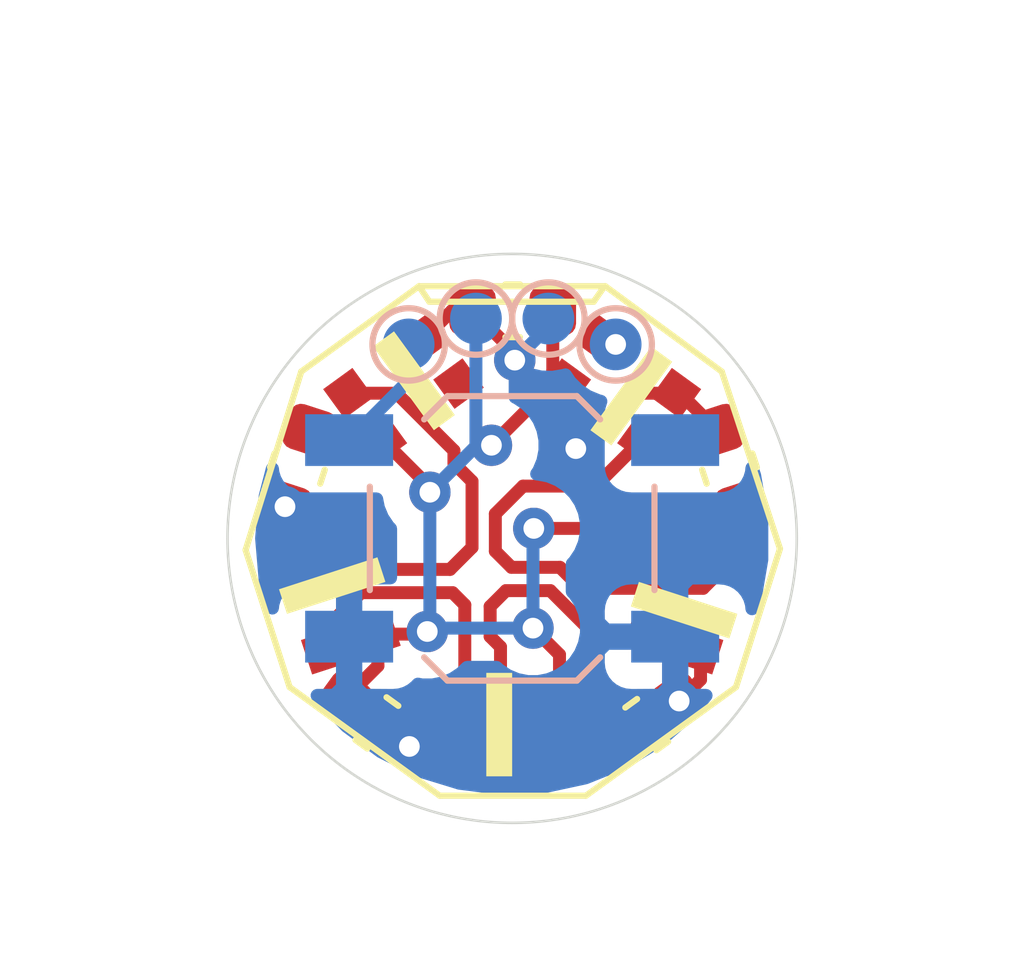
<source format=kicad_pcb>
(kicad_pcb (version 20171130) (host pcbnew 5.1.10)

  (general
    (thickness 1.6)
    (drawings 51)
    (tracks 93)
    (zones 0)
    (modules 15)
    (nets 9)
  )

  (page A4)
  (layers
    (0 F.Cu signal)
    (31 B.Cu signal)
    (32 B.Adhes user)
    (33 F.Adhes user)
    (34 B.Paste user)
    (35 F.Paste user)
    (36 B.SilkS user)
    (37 F.SilkS user)
    (38 B.Mask user)
    (39 F.Mask user)
    (40 Dwgs.User user)
    (41 Cmts.User user)
    (42 Eco1.User user)
    (43 Eco2.User user)
    (44 Edge.Cuts user)
    (45 Margin user)
    (46 B.CrtYd user)
    (47 F.CrtYd user)
    (48 B.Fab user)
    (49 F.Fab user)
  )

  (setup
    (last_trace_width 0.25)
    (trace_clearance 0.2)
    (zone_clearance 0.508)
    (zone_45_only no)
    (trace_min 0.2)
    (via_size 0.8)
    (via_drill 0.4)
    (via_min_size 0.4)
    (via_min_drill 0.3)
    (uvia_size 0.3)
    (uvia_drill 0.1)
    (uvias_allowed no)
    (uvia_min_size 0.2)
    (uvia_min_drill 0.1)
    (edge_width 0.05)
    (segment_width 0.2)
    (pcb_text_width 0.3)
    (pcb_text_size 1.5 1.5)
    (mod_edge_width 0.12)
    (mod_text_size 1 1)
    (mod_text_width 0.15)
    (pad_size 4 1.8)
    (pad_drill 0)
    (pad_to_mask_clearance 0)
    (aux_axis_origin 0 0)
    (grid_origin 1 1)
    (visible_elements FFFFFF7F)
    (pcbplotparams
      (layerselection 0x010fc_ffffffff)
      (usegerberextensions true)
      (usegerberattributes false)
      (usegerberadvancedattributes false)
      (creategerberjobfile true)
      (excludeedgelayer true)
      (linewidth 0.600000)
      (plotframeref false)
      (viasonmask false)
      (mode 1)
      (useauxorigin false)
      (hpglpennumber 1)
      (hpglpenspeed 20)
      (hpglpendiameter 15.000000)
      (psnegative false)
      (psa4output false)
      (plotreference false)
      (plotvalue false)
      (plotinvisibletext false)
      (padsonsilk false)
      (subtractmaskfromsilk true)
      (outputformat 1)
      (mirror false)
      (drillshape 0)
      (scaleselection 1)
      (outputdirectory "gerbers/"))
  )

  (net 0 "")
  (net 1 "Net-(TP3-Pad1)")
  (net 2 /GND)
  (net 3 /VCC)
  (net 4 /BTN)
  (net 5 "Net-(U1-Pad1)")
  (net 6 "Net-(U2-Pad1)")
  (net 7 "Net-(U3-Pad1)")
  (net 8 "Net-(U4-Pad1)")

  (net_class Default "This is the default net class."
    (clearance 0.2)
    (trace_width 0.25)
    (via_dia 0.8)
    (via_drill 0.4)
    (uvia_dia 0.3)
    (uvia_drill 0.1)
    (add_net /BTN)
    (add_net /GND)
    (add_net /VCC)
    (add_net "Net-(TP3-Pad1)")
    (add_net "Net-(U1-Pad1)")
    (add_net "Net-(U2-Pad1)")
    (add_net "Net-(U3-Pad1)")
    (add_net "Net-(U4-Pad1)")
  )

  (module Capacitor_SMD:C_0603_1608Metric (layer F.Cu) (tedit 5F68FEEE) (tstamp 60F05CE7)
    (at -4.15 -1.35 252)
    (descr "Capacitor SMD 0603 (1608 Metric), square (rectangular) end terminal, IPC_7351 nominal, (Body size source: IPC-SM-782 page 76, https://www.pcb-3d.com/wordpress/wp-content/uploads/ipc-sm-782a_amendment_1_and_2.pdf), generated with kicad-footprint-generator")
    (tags capacitor)
    (path /60F104A9)
    (attr smd)
    (fp_text reference C5 (at 0 -1.43 72) (layer F.SilkS) hide
      (effects (font (size 1 1) (thickness 0.15)))
    )
    (fp_text value 100nF (at 0 1.43 72) (layer F.Fab)
      (effects (font (size 1 1) (thickness 0.15)))
    )
    (fp_line (start -0.8 0.4) (end -0.8 -0.4) (layer F.Fab) (width 0.1))
    (fp_line (start -0.8 -0.4) (end 0.8 -0.4) (layer F.Fab) (width 0.1))
    (fp_line (start 0.8 -0.4) (end 0.8 0.4) (layer F.Fab) (width 0.1))
    (fp_line (start 0.8 0.4) (end -0.8 0.4) (layer F.Fab) (width 0.1))
    (fp_line (start -0.14058 -0.51) (end 0.14058 -0.51) (layer F.SilkS) (width 0.12))
    (fp_line (start -0.14058 0.51) (end 0.14058 0.51) (layer F.SilkS) (width 0.12))
    (fp_line (start -1.48 0.73) (end -1.48 -0.73) (layer F.CrtYd) (width 0.05))
    (fp_line (start -1.48 -0.73) (end 1.48 -0.73) (layer F.CrtYd) (width 0.05))
    (fp_line (start 1.48 -0.73) (end 1.48 0.73) (layer F.CrtYd) (width 0.05))
    (fp_line (start 1.48 0.73) (end -1.48 0.73) (layer F.CrtYd) (width 0.05))
    (fp_text user %R (at 0 0 72) (layer F.Fab)
      (effects (font (size 0.4 0.4) (thickness 0.06)))
    )
    (pad 2 smd roundrect (at 0.775 0 252) (size 0.9 0.95) (layers F.Cu F.Paste F.Mask) (roundrect_rratio 0.25)
      (net 2 /GND))
    (pad 1 smd roundrect (at -0.775 0 252) (size 0.9 0.95) (layers F.Cu F.Paste F.Mask) (roundrect_rratio 0.25)
      (net 3 /VCC))
    (model ${KISYS3DMOD}/Capacitor_SMD.3dshapes/C_0603_1608Metric.wrl
      (at (xyz 0 0 0))
      (scale (xyz 1 1 1))
      (rotate (xyz 0 0 0))
    )
  )

  (module Capacitor_SMD:C_0603_1608Metric (layer F.Cu) (tedit 5F68FEEE) (tstamp 60F05CD6)
    (at -2.613131 3.567404 324)
    (descr "Capacitor SMD 0603 (1608 Metric), square (rectangular) end terminal, IPC_7351 nominal, (Body size source: IPC-SM-782 page 76, https://www.pcb-3d.com/wordpress/wp-content/uploads/ipc-sm-782a_amendment_1_and_2.pdf), generated with kicad-footprint-generator")
    (tags capacitor)
    (path /60F0F3AF)
    (attr smd)
    (fp_text reference C4 (at 0 -1.43 144) (layer F.SilkS) hide
      (effects (font (size 1 1) (thickness 0.15)))
    )
    (fp_text value 100nF (at 0 1.43 144) (layer F.Fab)
      (effects (font (size 1 1) (thickness 0.15)))
    )
    (fp_line (start -0.8 0.4) (end -0.8 -0.4) (layer F.Fab) (width 0.1))
    (fp_line (start -0.8 -0.4) (end 0.8 -0.4) (layer F.Fab) (width 0.1))
    (fp_line (start 0.8 -0.4) (end 0.8 0.4) (layer F.Fab) (width 0.1))
    (fp_line (start 0.8 0.4) (end -0.8 0.4) (layer F.Fab) (width 0.1))
    (fp_line (start -0.14058 -0.51) (end 0.14058 -0.51) (layer F.SilkS) (width 0.12))
    (fp_line (start -0.14058 0.51) (end 0.14058 0.51) (layer F.SilkS) (width 0.12))
    (fp_line (start -1.48 0.73) (end -1.48 -0.73) (layer F.CrtYd) (width 0.05))
    (fp_line (start -1.48 -0.73) (end 1.48 -0.73) (layer F.CrtYd) (width 0.05))
    (fp_line (start 1.48 -0.73) (end 1.48 0.73) (layer F.CrtYd) (width 0.05))
    (fp_line (start 1.48 0.73) (end -1.48 0.73) (layer F.CrtYd) (width 0.05))
    (fp_text user %R (at 0 0 144) (layer F.Fab)
      (effects (font (size 0.4 0.4) (thickness 0.06)))
    )
    (pad 2 smd roundrect (at 0.775 0 324) (size 0.9 0.95) (layers F.Cu F.Paste F.Mask) (roundrect_rratio 0.25)
      (net 2 /GND))
    (pad 1 smd roundrect (at -0.775 0 324) (size 0.9 0.95) (layers F.Cu F.Paste F.Mask) (roundrect_rratio 0.25)
      (net 3 /VCC))
    (model ${KISYS3DMOD}/Capacitor_SMD.3dshapes/C_0603_1608Metric.wrl
      (at (xyz 0 0 0))
      (scale (xyz 1 1 1))
      (rotate (xyz 0 0 0))
    )
  )

  (module Capacitor_SMD:C_0603_1608Metric (layer F.Cu) (tedit 5F68FEEE) (tstamp 60F05CC5)
    (at 2.6 3.6 36)
    (descr "Capacitor SMD 0603 (1608 Metric), square (rectangular) end terminal, IPC_7351 nominal, (Body size source: IPC-SM-782 page 76, https://www.pcb-3d.com/wordpress/wp-content/uploads/ipc-sm-782a_amendment_1_and_2.pdf), generated with kicad-footprint-generator")
    (tags capacitor)
    (path /60F0EAEF)
    (attr smd)
    (fp_text reference C3 (at 0 -1.43 36) (layer F.SilkS) hide
      (effects (font (size 1 1) (thickness 0.15)))
    )
    (fp_text value 100nF (at 0 1.43 36) (layer F.Fab)
      (effects (font (size 1 1) (thickness 0.15)))
    )
    (fp_line (start -0.8 0.4) (end -0.8 -0.4) (layer F.Fab) (width 0.1))
    (fp_line (start -0.8 -0.4) (end 0.8 -0.4) (layer F.Fab) (width 0.1))
    (fp_line (start 0.8 -0.4) (end 0.8 0.4) (layer F.Fab) (width 0.1))
    (fp_line (start 0.8 0.4) (end -0.8 0.4) (layer F.Fab) (width 0.1))
    (fp_line (start -0.14058 -0.51) (end 0.14058 -0.51) (layer F.SilkS) (width 0.12))
    (fp_line (start -0.14058 0.51) (end 0.14058 0.51) (layer F.SilkS) (width 0.12))
    (fp_line (start -1.48 0.73) (end -1.48 -0.73) (layer F.CrtYd) (width 0.05))
    (fp_line (start -1.48 -0.73) (end 1.48 -0.73) (layer F.CrtYd) (width 0.05))
    (fp_line (start 1.48 -0.73) (end 1.48 0.73) (layer F.CrtYd) (width 0.05))
    (fp_line (start 1.48 0.73) (end -1.48 0.73) (layer F.CrtYd) (width 0.05))
    (fp_text user %R (at 0 0 36) (layer F.Fab)
      (effects (font (size 0.4 0.4) (thickness 0.06)))
    )
    (pad 2 smd roundrect (at 0.775 0 36) (size 0.9 0.95) (layers F.Cu F.Paste F.Mask) (roundrect_rratio 0.25)
      (net 2 /GND))
    (pad 1 smd roundrect (at -0.775 0 36) (size 0.9 0.95) (layers F.Cu F.Paste F.Mask) (roundrect_rratio 0.25)
      (net 3 /VCC))
    (model ${KISYS3DMOD}/Capacitor_SMD.3dshapes/C_0603_1608Metric.wrl
      (at (xyz 0 0 0))
      (scale (xyz 1 1 1))
      (rotate (xyz 0 0 0))
    )
  )

  (module Capacitor_SMD:C_0603_1608Metric (layer F.Cu) (tedit 5F68FEEE) (tstamp 60F05CB4)
    (at 4.2 -1.35 108)
    (descr "Capacitor SMD 0603 (1608 Metric), square (rectangular) end terminal, IPC_7351 nominal, (Body size source: IPC-SM-782 page 76, https://www.pcb-3d.com/wordpress/wp-content/uploads/ipc-sm-782a_amendment_1_and_2.pdf), generated with kicad-footprint-generator")
    (tags capacitor)
    (path /60F0ACE4)
    (attr smd)
    (fp_text reference C2 (at 0 -1.43 108) (layer F.SilkS) hide
      (effects (font (size 1 1) (thickness 0.15)))
    )
    (fp_text value 100nF (at 0 1.43 108) (layer F.Fab)
      (effects (font (size 1 1) (thickness 0.15)))
    )
    (fp_line (start -0.8 0.4) (end -0.8 -0.4) (layer F.Fab) (width 0.1))
    (fp_line (start -0.8 -0.4) (end 0.8 -0.4) (layer F.Fab) (width 0.1))
    (fp_line (start 0.8 -0.4) (end 0.8 0.4) (layer F.Fab) (width 0.1))
    (fp_line (start 0.8 0.4) (end -0.8 0.4) (layer F.Fab) (width 0.1))
    (fp_line (start -0.14058 -0.51) (end 0.14058 -0.51) (layer F.SilkS) (width 0.12))
    (fp_line (start -0.14058 0.51) (end 0.14058 0.51) (layer F.SilkS) (width 0.12))
    (fp_line (start -1.48 0.73) (end -1.48 -0.73) (layer F.CrtYd) (width 0.05))
    (fp_line (start -1.48 -0.73) (end 1.48 -0.73) (layer F.CrtYd) (width 0.05))
    (fp_line (start 1.48 -0.73) (end 1.48 0.73) (layer F.CrtYd) (width 0.05))
    (fp_line (start 1.48 0.73) (end -1.48 0.73) (layer F.CrtYd) (width 0.05))
    (fp_text user %R (at 0 0 108) (layer F.Fab)
      (effects (font (size 0.4 0.4) (thickness 0.06)))
    )
    (pad 2 smd roundrect (at 0.775 0 108) (size 0.9 0.95) (layers F.Cu F.Paste F.Mask) (roundrect_rratio 0.25)
      (net 2 /GND))
    (pad 1 smd roundrect (at -0.775 0 108) (size 0.9 0.95) (layers F.Cu F.Paste F.Mask) (roundrect_rratio 0.25)
      (net 3 /VCC))
    (model ${KISYS3DMOD}/Capacitor_SMD.3dshapes/C_0603_1608Metric.wrl
      (at (xyz 0 0 0))
      (scale (xyz 1 1 1))
      (rotate (xyz 0 0 0))
    )
  )

  (module Capacitor_SMD:C_0603_1608Metric (layer F.Cu) (tedit 5F68FEEE) (tstamp 60F05CA3)
    (at 0.01 -4.4 180)
    (descr "Capacitor SMD 0603 (1608 Metric), square (rectangular) end terminal, IPC_7351 nominal, (Body size source: IPC-SM-782 page 76, https://www.pcb-3d.com/wordpress/wp-content/uploads/ipc-sm-782a_amendment_1_and_2.pdf), generated with kicad-footprint-generator")
    (tags capacitor)
    (path /60F0589C)
    (attr smd)
    (fp_text reference C1 (at 0 -1.43) (layer F.SilkS) hide
      (effects (font (size 1 1) (thickness 0.15)))
    )
    (fp_text value 100nF (at 0 1.43) (layer F.Fab)
      (effects (font (size 1 1) (thickness 0.15)))
    )
    (fp_line (start -0.8 0.4) (end -0.8 -0.4) (layer F.Fab) (width 0.1))
    (fp_line (start -0.8 -0.4) (end 0.8 -0.4) (layer F.Fab) (width 0.1))
    (fp_line (start 0.8 -0.4) (end 0.8 0.4) (layer F.Fab) (width 0.1))
    (fp_line (start 0.8 0.4) (end -0.8 0.4) (layer F.Fab) (width 0.1))
    (fp_line (start -0.14058 -0.51) (end 0.14058 -0.51) (layer F.SilkS) (width 0.12))
    (fp_line (start -0.14058 0.51) (end 0.14058 0.51) (layer F.SilkS) (width 0.12))
    (fp_line (start -1.48 0.73) (end -1.48 -0.73) (layer F.CrtYd) (width 0.05))
    (fp_line (start -1.48 -0.73) (end 1.48 -0.73) (layer F.CrtYd) (width 0.05))
    (fp_line (start 1.48 -0.73) (end 1.48 0.73) (layer F.CrtYd) (width 0.05))
    (fp_line (start 1.48 0.73) (end -1.48 0.73) (layer F.CrtYd) (width 0.05))
    (fp_text user %R (at 0 0) (layer F.Fab)
      (effects (font (size 0.4 0.4) (thickness 0.06)))
    )
    (pad 2 smd roundrect (at 0.775 0 180) (size 0.9 0.95) (layers F.Cu F.Paste F.Mask) (roundrect_rratio 0.25)
      (net 2 /GND))
    (pad 1 smd roundrect (at -0.775 0 180) (size 0.9 0.95) (layers F.Cu F.Paste F.Mask) (roundrect_rratio 0.25)
      (net 3 /VCC))
    (model ${KISYS3DMOD}/Capacitor_SMD.3dshapes/C_0603_1608Metric.wrl
      (at (xyz 0 0 0))
      (scale (xyz 1 1 1))
      (rotate (xyz 0 0 0))
    )
  )

  (module TestPoint:TestPoint_Pad_D1.0mm (layer B.Cu) (tedit 5A0F774F) (tstamp 60F07A3C)
    (at 0.7 -4.25)
    (descr "SMD pad as test Point, diameter 1.0mm")
    (tags "test point SMD pad")
    (path /60F36A1A)
    (attr virtual)
    (fp_text reference TP4 (at 0 1.448) (layer B.SilkS) hide
      (effects (font (size 1 1) (thickness 0.15)) (justify mirror))
    )
    (fp_text value TestPoint (at 0 -1.55) (layer B.Fab)
      (effects (font (size 1 1) (thickness 0.15)) (justify mirror))
    )
    (fp_circle (center 0 0) (end 1 0) (layer B.CrtYd) (width 0.05))
    (fp_circle (center 0 0) (end 0 -0.7) (layer B.SilkS) (width 0.12))
    (fp_text user %R (at 0 1.45) (layer B.Fab)
      (effects (font (size 1 1) (thickness 0.15)) (justify mirror))
    )
    (pad 1 smd circle (at 0 0) (size 1 1) (layers B.Cu B.Mask)
      (net 2 /GND))
  )

  (module TestPoint:TestPoint_Pad_D1.0mm (layer B.Cu) (tedit 5A0F774F) (tstamp 60F07ABD)
    (at 2 -3.75)
    (descr "SMD pad as test Point, diameter 1.0mm")
    (tags "test point SMD pad")
    (path /60F367E6)
    (attr virtual)
    (fp_text reference TP3 (at 0 1.448) (layer B.SilkS) hide
      (effects (font (size 1 1) (thickness 0.15)) (justify mirror))
    )
    (fp_text value TestPoint (at 0 -1.55) (layer B.Fab)
      (effects (font (size 1 1) (thickness 0.15)) (justify mirror))
    )
    (fp_circle (center 0 0) (end 1 0) (layer B.CrtYd) (width 0.05))
    (fp_circle (center 0 0) (end 0 -0.7) (layer B.SilkS) (width 0.12))
    (fp_text user %R (at 0 1.45) (layer B.Fab)
      (effects (font (size 1 1) (thickness 0.15)) (justify mirror))
    )
    (pad 1 smd circle (at 0 0) (size 1 1) (layers B.Cu B.Mask)
      (net 1 "Net-(TP3-Pad1)"))
  )

  (module TestPoint:TestPoint_Pad_D1.0mm (layer B.Cu) (tedit 5A0F774F) (tstamp 60F07A67)
    (at -0.7 -4.25)
    (descr "SMD pad as test Point, diameter 1.0mm")
    (tags "test point SMD pad")
    (path /60F365C3)
    (attr virtual)
    (fp_text reference TP2 (at 0 1.448) (layer B.SilkS) hide
      (effects (font (size 1 1) (thickness 0.15)) (justify mirror))
    )
    (fp_text value TestPoint (at 0 -1.55) (layer B.Fab)
      (effects (font (size 1 1) (thickness 0.15)) (justify mirror))
    )
    (fp_circle (center 0 0) (end 1 0) (layer B.CrtYd) (width 0.05))
    (fp_circle (center 0 0) (end 0 -0.7) (layer B.SilkS) (width 0.12))
    (fp_text user %R (at 0 1.45) (layer B.Fab)
      (effects (font (size 1 1) (thickness 0.15)) (justify mirror))
    )
    (pad 1 smd circle (at 0 0) (size 1 1) (layers B.Cu B.Mask)
      (net 3 /VCC))
  )

  (module TestPoint:TestPoint_Pad_D1.0mm (layer B.Cu) (tedit 5A0F774F) (tstamp 60F07A92)
    (at -2 -3.75)
    (descr "SMD pad as test Point, diameter 1.0mm")
    (tags "test point SMD pad")
    (path /60F34F69)
    (attr virtual)
    (fp_text reference TP1 (at 0 1.448) (layer B.SilkS) hide
      (effects (font (size 1 1) (thickness 0.15)) (justify mirror))
    )
    (fp_text value TestPoint (at 0 -1.55) (layer B.Fab)
      (effects (font (size 1 1) (thickness 0.15)) (justify mirror))
    )
    (fp_circle (center 0 0) (end 1 0) (layer B.CrtYd) (width 0.05))
    (fp_circle (center 0 0) (end 0 -0.7) (layer B.SilkS) (width 0.12))
    (fp_text user %R (at 0 1.45) (layer B.Fab)
      (effects (font (size 1 1) (thickness 0.15)) (justify mirror))
    )
    (pad 1 smd circle (at 0 0) (size 1 1) (layers B.Cu B.Mask)
      (net 4 /BTN))
  )

  (module 0lib_fp:WS2812-2020 (layer F.Cu) (tedit 60F44AA5) (tstamp 60F05D85)
    (at -2.1 -2.9 36)
    (path /60F104AF)
    (fp_text reference U5 (at 0 3.8 36) (layer F.SilkS) hide
      (effects (font (size 1 1) (thickness 0.15)))
    )
    (fp_text value WS2812B-2020 (at 0 -4 36) (layer F.Fab)
      (effects (font (size 1 1) (thickness 0.15)))
    )
    (fp_poly (pts (xy 0 -1) (xy 0.5 -1) (xy 0.5 1) (xy 0 1)) (layer F.SilkS) (width 0))
    (fp_line (start 1.4 1.1) (end -1.4 1.1) (layer F.CrtYd) (width 0.03))
    (fp_line (start -1.4 -1.1) (end 1.4 -1.1) (layer F.CrtYd) (width 0.03))
    (fp_line (start -1.4 1.1) (end -1.4 -1.1) (layer F.CrtYd) (width 0.03))
    (fp_line (start 1.4 -1.1) (end 1.4 1.1) (layer F.CrtYd) (width 0.03))
    (pad 1 smd rect (at 0.915 0.55 36) (size 0.7 0.7) (layers F.Cu F.Paste F.Mask))
    (pad 2 smd rect (at 0.915 -0.55 36) (size 0.7 0.7) (layers F.Cu F.Paste F.Mask)
      (net 2 /GND))
    (pad 3 smd rect (at -0.915 -0.55 36) (size 0.7 0.7) (layers F.Cu F.Paste F.Mask)
      (net 8 "Net-(U4-Pad1)"))
    (pad 4 smd rect (at -0.915 0.55 36) (size 0.7 0.7) (layers F.Cu F.Paste F.Mask)
      (net 3 /VCC))
    (model ${KIPRJMOD}/includes/CrumpPrints.pretty/3d/WS2812-2020.step
      (at (xyz 0 0 0))
      (scale (xyz 1 1 1))
      (rotate (xyz 0 0 0))
    )
    (model /home/a0/Downloads/WS2812-2020_v2-Part.wrl
      (at (xyz 0 0 0))
      (scale (xyz 0.4 0.4 0.4))
      (rotate (xyz 0 0 0))
    )
  )

  (module 0lib_fp:WS2812-2020 (layer F.Cu) (tedit 60F44AA5) (tstamp 60F05D78)
    (at -3.4 1.15 108)
    (path /60F0F3B5)
    (fp_text reference U4 (at 0 3.8 108) (layer F.SilkS) hide
      (effects (font (size 1 1) (thickness 0.15)))
    )
    (fp_text value WS2812B-2020 (at 0 -4 108) (layer F.Fab)
      (effects (font (size 1 1) (thickness 0.15)))
    )
    (fp_poly (pts (xy 0 -1) (xy 0.5 -1) (xy 0.5 1) (xy 0 1)) (layer F.SilkS) (width 0))
    (fp_line (start 1.4 1.1) (end -1.4 1.1) (layer F.CrtYd) (width 0.03))
    (fp_line (start -1.4 -1.1) (end 1.4 -1.1) (layer F.CrtYd) (width 0.03))
    (fp_line (start -1.4 1.1) (end -1.4 -1.1) (layer F.CrtYd) (width 0.03))
    (fp_line (start 1.4 -1.1) (end 1.4 1.1) (layer F.CrtYd) (width 0.03))
    (pad 1 smd rect (at 0.915 0.55 108) (size 0.7 0.7) (layers F.Cu F.Paste F.Mask)
      (net 8 "Net-(U4-Pad1)"))
    (pad 2 smd rect (at 0.915 -0.55 108) (size 0.7 0.7) (layers F.Cu F.Paste F.Mask)
      (net 2 /GND))
    (pad 3 smd rect (at -0.915 -0.55 108) (size 0.7 0.7) (layers F.Cu F.Paste F.Mask)
      (net 7 "Net-(U3-Pad1)"))
    (pad 4 smd rect (at -0.915 0.55 108) (size 0.7 0.7) (layers F.Cu F.Paste F.Mask)
      (net 3 /VCC))
    (model ${KIPRJMOD}/includes/CrumpPrints.pretty/3d/WS2812-2020.step
      (at (xyz 0 0 0))
      (scale (xyz 1 1 1))
      (rotate (xyz 0 0 0))
    )
    (model /home/a0/Downloads/WS2812-2020_v2-Part.wrl
      (at (xyz 0 0 0))
      (scale (xyz 0.4 0.4 0.4))
      (rotate (xyz 0 0 0))
    )
  )

  (module 0lib_fp:WS2812-2020 (layer F.Cu) (tedit 60F44AA5) (tstamp 60F05D6B)
    (at 0 3.6 180)
    (path /60F0EAF5)
    (fp_text reference U3 (at 0 3.8) (layer F.SilkS) hide
      (effects (font (size 1 1) (thickness 0.15)))
    )
    (fp_text value WS2812B-2020 (at 0 -4) (layer F.Fab)
      (effects (font (size 1 1) (thickness 0.15)))
    )
    (fp_poly (pts (xy 0 -1) (xy 0.5 -1) (xy 0.5 1) (xy 0 1)) (layer F.SilkS) (width 0))
    (fp_line (start 1.4 1.1) (end -1.4 1.1) (layer F.CrtYd) (width 0.03))
    (fp_line (start -1.4 -1.1) (end 1.4 -1.1) (layer F.CrtYd) (width 0.03))
    (fp_line (start -1.4 1.1) (end -1.4 -1.1) (layer F.CrtYd) (width 0.03))
    (fp_line (start 1.4 -1.1) (end 1.4 1.1) (layer F.CrtYd) (width 0.03))
    (pad 1 smd rect (at 0.915 0.55 180) (size 0.7 0.7) (layers F.Cu F.Paste F.Mask)
      (net 7 "Net-(U3-Pad1)"))
    (pad 2 smd rect (at 0.915 -0.55 180) (size 0.7 0.7) (layers F.Cu F.Paste F.Mask)
      (net 2 /GND))
    (pad 3 smd rect (at -0.915 -0.55 180) (size 0.7 0.7) (layers F.Cu F.Paste F.Mask)
      (net 6 "Net-(U2-Pad1)"))
    (pad 4 smd rect (at -0.915 0.55 180) (size 0.7 0.7) (layers F.Cu F.Paste F.Mask)
      (net 3 /VCC))
    (model ${KIPRJMOD}/includes/CrumpPrints.pretty/3d/WS2812-2020.step
      (at (xyz 0 0 0))
      (scale (xyz 1 1 1))
      (rotate (xyz 0 0 0))
    )
    (model /home/a0/Downloads/WS2812-2020_v2-Part.wrl
      (at (xyz 0 0 0))
      (scale (xyz 0.4 0.4 0.4))
      (rotate (xyz 0 0 0))
    )
  )

  (module 0lib_fp:WS2812-2020 (layer F.Cu) (tedit 60F44AA5) (tstamp 60F05D5E)
    (at 3.4 1.15 252)
    (path /60F0C332)
    (fp_text reference U2 (at 0 3.8 72) (layer F.SilkS) hide
      (effects (font (size 1 1) (thickness 0.15)))
    )
    (fp_text value WS2812B-2020 (at 0 -4 72) (layer F.Fab)
      (effects (font (size 1 1) (thickness 0.15)))
    )
    (fp_poly (pts (xy 0 -1) (xy 0.5 -1) (xy 0.5 1) (xy 0 1)) (layer F.SilkS) (width 0))
    (fp_line (start 1.4 1.1) (end -1.4 1.1) (layer F.CrtYd) (width 0.03))
    (fp_line (start -1.4 -1.1) (end 1.4 -1.1) (layer F.CrtYd) (width 0.03))
    (fp_line (start -1.4 1.1) (end -1.4 -1.1) (layer F.CrtYd) (width 0.03))
    (fp_line (start 1.4 -1.1) (end 1.4 1.1) (layer F.CrtYd) (width 0.03))
    (pad 1 smd rect (at 0.915 0.55 252) (size 0.7 0.7) (layers F.Cu F.Paste F.Mask)
      (net 6 "Net-(U2-Pad1)"))
    (pad 2 smd rect (at 0.915 -0.55 252) (size 0.7 0.7) (layers F.Cu F.Paste F.Mask)
      (net 2 /GND))
    (pad 3 smd rect (at -0.915 -0.55 252) (size 0.7 0.7) (layers F.Cu F.Paste F.Mask)
      (net 5 "Net-(U1-Pad1)"))
    (pad 4 smd rect (at -0.915 0.55 252) (size 0.7 0.7) (layers F.Cu F.Paste F.Mask)
      (net 3 /VCC))
    (model ${KIPRJMOD}/includes/CrumpPrints.pretty/3d/WS2812-2020.step
      (at (xyz 0 0 0))
      (scale (xyz 1 1 1))
      (rotate (xyz 0 0 0))
    )
    (model /home/a0/Downloads/WS2812-2020_v2-Part.wrl
      (at (xyz 0 0 0))
      (scale (xyz 0.4 0.4 0.4))
      (rotate (xyz 0 0 0))
    )
  )

  (module 0lib_fp:WS2812-2020 (layer F.Cu) (tedit 60F44AA5) (tstamp 60F05D51)
    (at 2.1 -2.9 324)
    (path /60F0549A)
    (fp_text reference U1 (at 0 3.8 144) (layer F.SilkS) hide
      (effects (font (size 1 1) (thickness 0.15)))
    )
    (fp_text value WS2812B-2020 (at 0 -4 144) (layer F.Fab)
      (effects (font (size 1 1) (thickness 0.15)))
    )
    (fp_poly (pts (xy 0 -1) (xy 0.5 -1) (xy 0.5 1) (xy 0 1)) (layer F.SilkS) (width 0))
    (fp_line (start 1.4 1.1) (end -1.4 1.1) (layer F.CrtYd) (width 0.03))
    (fp_line (start -1.4 -1.1) (end 1.4 -1.1) (layer F.CrtYd) (width 0.03))
    (fp_line (start -1.4 1.1) (end -1.4 -1.1) (layer F.CrtYd) (width 0.03))
    (fp_line (start 1.4 -1.1) (end 1.4 1.1) (layer F.CrtYd) (width 0.03))
    (pad 1 smd rect (at 0.915 0.55 324) (size 0.7 0.7) (layers F.Cu F.Paste F.Mask)
      (net 5 "Net-(U1-Pad1)"))
    (pad 2 smd rect (at 0.915 -0.55 324) (size 0.7 0.7) (layers F.Cu F.Paste F.Mask)
      (net 2 /GND))
    (pad 3 smd rect (at -0.915 -0.55 324) (size 0.7 0.7) (layers F.Cu F.Paste F.Mask)
      (net 1 "Net-(TP3-Pad1)"))
    (pad 4 smd rect (at -0.915 0.55 324) (size 0.7 0.7) (layers F.Cu F.Paste F.Mask)
      (net 3 /VCC))
    (model ${KIPRJMOD}/includes/CrumpPrints.pretty/3d/WS2812-2020.step
      (at (xyz 0 0 0))
      (scale (xyz 1 1 1))
      (rotate (xyz 0 0 0))
    )
    (model /home/a0/Downloads/WS2812-2020_v2-Part.wrl
      (at (xyz 0 0 0))
      (scale (xyz 0.4 0.4 0.4))
      (rotate (xyz 0 0 0))
    )
  )

  (module Button_Switch_SMD:SW_SPST_TL3342 (layer B.Cu) (tedit 5A02FC95) (tstamp 60F05D44)
    (at 0 0)
    (descr "Low-profile SMD Tactile Switch, https://www.e-switch.com/system/asset/product_line/data_sheet/165/TL3342.pdf")
    (tags "SPST Tactile Switch")
    (path /60F05172)
    (attr smd)
    (fp_text reference SW1 (at 0 3.75) (layer B.SilkS) hide
      (effects (font (size 1 1) (thickness 0.15)) (justify mirror))
    )
    (fp_text value PushButtonSquare (at 0 -3.75) (layer B.Fab)
      (effects (font (size 1 1) (thickness 0.15)) (justify mirror))
    )
    (fp_line (start 3.2 -2.1) (end 3.2 -1.6) (layer B.Fab) (width 0.1))
    (fp_line (start 3.2 2.1) (end 3.2 1.6) (layer B.Fab) (width 0.1))
    (fp_line (start -3.2 -2.1) (end -3.2 -1.6) (layer B.Fab) (width 0.1))
    (fp_line (start -3.2 2.1) (end -3.2 1.6) (layer B.Fab) (width 0.1))
    (fp_line (start 2.7 2.1) (end 2.7 1.6) (layer B.Fab) (width 0.1))
    (fp_line (start 1.7 2.1) (end 3.2 2.1) (layer B.Fab) (width 0.1))
    (fp_line (start 3.2 1.6) (end 2.2 1.6) (layer B.Fab) (width 0.1))
    (fp_line (start -2.7 2.1) (end -2.7 1.6) (layer B.Fab) (width 0.1))
    (fp_line (start -1.7 2.1) (end -3.2 2.1) (layer B.Fab) (width 0.1))
    (fp_line (start -3.2 1.6) (end -2.2 1.6) (layer B.Fab) (width 0.1))
    (fp_line (start -2.7 -2.1) (end -2.7 -1.6) (layer B.Fab) (width 0.1))
    (fp_line (start -3.2 -1.6) (end -2.2 -1.6) (layer B.Fab) (width 0.1))
    (fp_line (start -1.7 -2.1) (end -3.2 -2.1) (layer B.Fab) (width 0.1))
    (fp_line (start 1.7 -2.1) (end 3.2 -2.1) (layer B.Fab) (width 0.1))
    (fp_line (start 2.7 -2.1) (end 2.7 -1.6) (layer B.Fab) (width 0.1))
    (fp_line (start 3.2 -1.6) (end 2.2 -1.6) (layer B.Fab) (width 0.1))
    (fp_line (start -1.7 -2.3) (end -1.25 -2.75) (layer B.SilkS) (width 0.12))
    (fp_line (start 1.7 -2.3) (end 1.25 -2.75) (layer B.SilkS) (width 0.12))
    (fp_line (start 1.7 2.3) (end 1.25 2.75) (layer B.SilkS) (width 0.12))
    (fp_line (start -1.7 2.3) (end -1.25 2.75) (layer B.SilkS) (width 0.12))
    (fp_line (start -2 1) (end -1 2) (layer B.Fab) (width 0.1))
    (fp_line (start -1 2) (end 1 2) (layer B.Fab) (width 0.1))
    (fp_line (start 1 2) (end 2 1) (layer B.Fab) (width 0.1))
    (fp_line (start 2 1) (end 2 -1) (layer B.Fab) (width 0.1))
    (fp_line (start 2 -1) (end 1 -2) (layer B.Fab) (width 0.1))
    (fp_line (start 1 -2) (end -1 -2) (layer B.Fab) (width 0.1))
    (fp_line (start -1 -2) (end -2 -1) (layer B.Fab) (width 0.1))
    (fp_line (start -2 -1) (end -2 1) (layer B.Fab) (width 0.1))
    (fp_line (start 2.75 1) (end 2.75 -1) (layer B.SilkS) (width 0.12))
    (fp_line (start -1.25 -2.75) (end 1.25 -2.75) (layer B.SilkS) (width 0.12))
    (fp_line (start -2.75 1) (end -2.75 -1) (layer B.SilkS) (width 0.12))
    (fp_line (start -1.25 2.75) (end 1.25 2.75) (layer B.SilkS) (width 0.12))
    (fp_line (start -2.6 1.2) (end -2.6 -1.2) (layer B.Fab) (width 0.1))
    (fp_line (start -2.6 -1.2) (end -1.2 -2.6) (layer B.Fab) (width 0.1))
    (fp_line (start -1.2 -2.6) (end 1.2 -2.6) (layer B.Fab) (width 0.1))
    (fp_line (start 1.2 -2.6) (end 2.6 -1.2) (layer B.Fab) (width 0.1))
    (fp_line (start 2.6 -1.2) (end 2.6 1.2) (layer B.Fab) (width 0.1))
    (fp_line (start 2.6 1.2) (end 1.2 2.6) (layer B.Fab) (width 0.1))
    (fp_line (start 1.2 2.6) (end -1.2 2.6) (layer B.Fab) (width 0.1))
    (fp_line (start -1.2 2.6) (end -2.6 1.2) (layer B.Fab) (width 0.1))
    (fp_line (start -4.25 3) (end 4.25 3) (layer B.CrtYd) (width 0.05))
    (fp_line (start 4.25 3) (end 4.25 -3) (layer B.CrtYd) (width 0.05))
    (fp_line (start 4.25 -3) (end -4.25 -3) (layer B.CrtYd) (width 0.05))
    (fp_line (start -4.25 -3) (end -4.25 3) (layer B.CrtYd) (width 0.05))
    (fp_circle (center 0 0) (end 1 0) (layer B.Fab) (width 0.1))
    (fp_text user %R (at 0 3.75) (layer B.Fab)
      (effects (font (size 1 1) (thickness 0.15)) (justify mirror))
    )
    (pad 2 smd rect (at 3.15 -1.9) (size 1.7 1) (layers B.Cu B.Paste B.Mask)
      (net 4 /BTN))
    (pad 2 smd rect (at -3.15 -1.9) (size 1.7 1) (layers B.Cu B.Paste B.Mask)
      (net 4 /BTN))
    (pad 1 smd rect (at 3.15 1.9) (size 1.7 1) (layers B.Cu B.Paste B.Mask)
      (net 2 /GND))
    (pad 1 smd rect (at -3.15 1.9) (size 1.7 1) (layers B.Cu B.Paste B.Mask)
      (net 2 /GND))
    (model ${KISYS3DMOD}/Button_Switch_SMD.3dshapes/SW_SPST_TL3342.wrl
      (at (xyz 0 0 0))
      (scale (xyz 1 1 1))
      (rotate (xyz 0 0 0))
    )
  )

  (gr_poly (pts (xy 5.2 5.6) (xy -5.4 5.6) (xy -5.4 3) (xy 5.2 3)) (layer B.Mask) (width 0.1))
  (gr_line (start 1.575 -4.575) (end -1.6 -4.575) (layer F.SilkS) (width 0.12) (tstamp 60F0B283))
  (gr_line (start 1.75 -4.825) (end 1.575 -4.575) (layer F.SilkS) (width 0.12))
  (gr_line (start -1.8 -4.875) (end -1.6 -4.575) (layer F.SilkS) (width 0.12))
  (gr_line (start -5.15 0.225) (end -4.075 -3.225) (layer F.SilkS) (width 0.12) (tstamp 60F0B25C))
  (gr_line (start -4.3 2.875) (end -5.15 0.225) (layer F.SilkS) (width 0.12))
  (gr_line (start -1.4 4.975) (end -4.3 2.875) (layer F.SilkS) (width 0.12))
  (gr_line (start 1.425 4.975) (end -1.4 4.975) (layer F.SilkS) (width 0.12))
  (gr_line (start 4.325 2.875) (end 1.425 4.975) (layer F.SilkS) (width 0.12))
  (gr_line (start 5.175 0.2) (end 4.325 2.875) (layer F.SilkS) (width 0.12))
  (gr_line (start 4.05 -3.225) (end 5.175 0.2) (layer F.SilkS) (width 0.12))
  (gr_line (start 1.8 -4.875) (end 4.05 -3.225) (layer F.SilkS) (width 0.12))
  (gr_line (start -1.8 -4.875) (end 1.8 -4.875) (layer F.SilkS) (width 0.12))
  (gr_line (start -4.075 -3.225) (end -1.8 -4.875) (layer F.SilkS) (width 0.12))
  (gr_circle (center 0 0) (end 0 -5.5) (layer Edge.Cuts) (width 0.05) (tstamp 60F06C68))
  (gr_circle (center 0 0) (end -5.5 0) (layer Dwgs.User) (width 0.2) (tstamp 60F06C86))
  (gr_line (start 2.51903 -0.653562) (end 3.8505 -0.220939) (layer Dwgs.User) (width 0.2) (tstamp 60F06C98))
  (gr_line (start 1.65378 2.009389) (end 2.51903 -0.653562) (layer Dwgs.User) (width 0.2) (tstamp 60F06CC5))
  (gr_line (start 2.98526 2.44201) (end 1.65378 2.009389) (layer Dwgs.User) (width 0.2) (tstamp 60F06CB0))
  (gr_line (start 3.8505 -0.220939) (end 2.98526 2.44201) (layer Dwgs.User) (width 0.2) (tstamp 60F06CB3))
  (gr_line (start 5.18198 0.211684) (end 3.8505 -0.220939) (layer Dwgs.User) (width 0.2) (tstamp 60F06C9E))
  (gr_line (start 4.31674 2.87464) (end 5.18198 0.211684) (layer Dwgs.User) (width 0.2) (tstamp 60F06CC8))
  (gr_line (start 2.98526 2.44201) (end 4.31674 2.87464) (layer Dwgs.User) (width 0.2) (tstamp 60F06C7D))
  (gr_line (start 0.156849 -2.5977) (end 0.979746 -3.73032) (layer Dwgs.User) (width 0.2) (tstamp 60F06CAA))
  (gr_line (start 2.42209 -0.951906) (end 0.156849 -2.5977) (layer Dwgs.User) (width 0.2) (tstamp 60F06CCB))
  (gr_line (start 3.24499 -2.08453) (end 2.42209 -0.951906) (layer Dwgs.User) (width 0.2) (tstamp 60F06CD1))
  (gr_line (start 0.979746 -3.73032) (end 3.24499 -2.08453) (layer Dwgs.User) (width 0.2) (tstamp 60F06CD4))
  (gr_line (start 1.80264 -4.86294) (end 0.979746 -3.73032) (layer Dwgs.User) (width 0.2) (tstamp 60F06C74))
  (gr_line (start 4.06789 -3.21715) (end 1.80264 -4.86294) (layer Dwgs.User) (width 0.2) (tstamp 60F06CC2))
  (gr_line (start 3.24499 -2.08453) (end 4.06789 -3.21715) (layer Dwgs.User) (width 0.2) (tstamp 60F06C89))
  (gr_line (start -4.06789 -3.21715) (end -1.80264 -4.86294) (layer Dwgs.User) (width 0.2) (tstamp 60F06CB9))
  (gr_line (start -1.80264 -4.86294) (end -0.979746 -3.73032) (layer Dwgs.User) (width 0.2) (tstamp 60F06C77))
  (gr_line (start -3.24499 -2.08453) (end -0.979746 -3.73032) (layer Dwgs.User) (width 0.2) (tstamp 60F06C8F))
  (gr_line (start -3.24499 -2.08453) (end -2.42209 -0.951906) (layer Dwgs.User) (width 0.2) (tstamp 60F06CA1))
  (gr_line (start -0.156849 -2.5977) (end -0.979746 -3.73032) (layer Dwgs.User) (width 0.2) (tstamp 60F06C71))
  (gr_line (start -2.42209 -0.951906) (end -0.156849 -2.5977) (layer Dwgs.User) (width 0.2) (tstamp 60F06C92))
  (gr_line (start -3.24499 -2.08453) (end -4.06789 -3.21715) (layer Dwgs.User) (width 0.2) (tstamp 60F06C7A))
  (gr_line (start -4.31674 2.87464) (end -5.18198 0.211684) (layer Dwgs.User) (width 0.2) (tstamp 60F06CB6))
  (gr_line (start -5.18198 0.211684) (end -3.8505 -0.220939) (layer Dwgs.User) (width 0.2) (tstamp 60F06CA7))
  (gr_line (start -2.98526 2.44201) (end -3.8505 -0.220939) (layer Dwgs.User) (width 0.2) (tstamp 60F06CCE))
  (gr_line (start -2.98526 2.44201) (end -1.65378 2.009389) (layer Dwgs.User) (width 0.2) (tstamp 60F06C6B))
  (gr_line (start -2.51903 -0.653569) (end -3.8505 -0.220939) (layer Dwgs.User) (width 0.2) (tstamp 60F06C6E))
  (gr_line (start -1.65378 2.009389) (end -2.51903 -0.653569) (layer Dwgs.User) (width 0.2) (tstamp 60F06CAD))
  (gr_line (start -2.98526 2.44201) (end -4.31674 2.87464) (layer Dwgs.User) (width 0.2) (tstamp 60F06CBF))
  (gr_line (start 1.4 2.19378) (end 1.4 3.59377) (layer Dwgs.User) (width 0.2) (tstamp 60F06C80))
  (gr_line (start -1.4 2.19378) (end 1.4 2.19378) (layer Dwgs.User) (width 0.2) (tstamp 60F06CBC))
  (gr_line (start -1.4 3.59377) (end -1.4 2.19378) (layer Dwgs.User) (width 0.2) (tstamp 60F06C95))
  (gr_line (start 1.4 3.59377) (end -1.4 3.59377) (layer Dwgs.User) (width 0.2) (tstamp 60F06C8C))
  (gr_line (start 1.4 4.99377) (end 1.4 3.59377) (layer Dwgs.User) (width 0.2) (tstamp 60F06CA4))
  (gr_line (start -1.4 4.99377) (end 1.4 4.99377) (layer Dwgs.User) (width 0.2) (tstamp 60F06C9B))
  (gr_line (start -1.4 3.59377) (end -1.4 4.99377) (layer Dwgs.User) (width 0.2) (tstamp 60F06C83))

  (via (at 2 -3.75) (size 0.8) (drill 0.4) (layers F.Cu B.Cu) (net 1))
  (segment (start -1.165814 -4.4) (end -1.683031 -3.882783) (width 0.25) (layer F.Cu) (net 2))
  (segment (start -0.765 -4.4) (end -1.165814 -4.4) (width 0.25) (layer F.Cu) (net 2))
  (segment (start 3.240445 -2.807136) (end 3.960512 -2.087069) (width 0.25) (layer F.Cu) (net 2))
  (segment (start 3.163532 -2.807136) (end 3.240445 -2.807136) (width 0.25) (layer F.Cu) (net 2))
  (segment (start 3.640331 2.731123) (end 3.226988 3.144466) (width 0.25) (layer F.Cu) (net 2))
  (segment (start 3.640331 2.190176) (end 3.640331 2.731123) (width 0.25) (layer F.Cu) (net 2))
  (segment (start -1.859081 4.15) (end -1.986143 4.022938) (width 0.25) (layer F.Cu) (net 2))
  (segment (start -0.915 4.15) (end -1.859081 4.15) (width 0.25) (layer F.Cu) (net 2))
  (segment (start -4.205832 -0.429275) (end -4.389488 -0.612931) (width 0.25) (layer F.Cu) (net 2))
  (segment (start -4.205832 0.449743) (end -4.205832 -0.429275) (width 0.25) (layer F.Cu) (net 2))
  (via (at 0.050551 -3.445838) (size 0.8) (drill 0.4) (layers F.Cu B.Cu) (net 2))
  (segment (start 0.7 -4.095287) (end 0.050551 -3.445838) (width 0.25) (layer B.Cu) (net 2))
  (segment (start 0.7 -4.25) (end 0.7 -4.095287) (width 0.25) (layer B.Cu) (net 2))
  (segment (start 0.050551 -3.584449) (end -0.765 -4.4) (width 0.25) (layer F.Cu) (net 2))
  (segment (start 0.050551 -3.445838) (end 0.050551 -3.584449) (width 0.25) (layer F.Cu) (net 2))
  (via (at 3.226988 3.144466) (size 0.8) (drill 0.4) (layers F.Cu B.Cu) (net 2))
  (via (at -1.986143 4.022938) (size 0.8) (drill 0.4) (layers F.Cu B.Cu) (net 2))
  (via (at -4.389488 -0.612931) (size 0.8) (drill 0.4) (layers F.Cu B.Cu) (net 2))
  (segment (start 3.163532 -2.807136) (end 2.301416 -2.807136) (width 0.25) (layer F.Cu) (net 2))
  (segment (start 2.301416 -2.807136) (end 1.230255 -1.735975) (width 0.25) (layer F.Cu) (net 2))
  (via (at 1.230255 -1.735975) (size 0.8) (drill 0.4) (layers F.Cu B.Cu) (net 2))
  (segment (start 0.785 -3.244332) (end 1.036468 -2.992864) (width 0.25) (layer F.Cu) (net 3))
  (segment (start 0.785 -4.4) (end 0.785 -3.244332) (width 0.25) (layer F.Cu) (net 3))
  (segment (start 3.882424 -0.612931) (end 3.159669 0.109824) (width 0.25) (layer F.Cu) (net 3))
  (segment (start 4.439488 -0.612931) (end 3.882424 -0.612931) (width 0.25) (layer F.Cu) (net 3))
  (segment (start -2.594168 2.465919) (end -2.594168 1.850257) (width 0.25) (layer F.Cu) (net 3))
  (segment (start -3.240119 3.11187) (end -2.594168 2.465919) (width 0.25) (layer F.Cu) (net 3))
  (segment (start -3.74066 -1.917217) (end -2.516969 -1.917217) (width 0.25) (layer F.Cu) (net 3))
  (segment (start -3.910512 -2.087069) (end -3.74066 -1.917217) (width 0.25) (layer F.Cu) (net 3))
  (segment (start 0.915 3.05) (end 0.915 2.247349) (width 0.25) (layer F.Cu) (net 3))
  (via (at 0.402502 1.734851) (size 0.8) (drill 0.4) (layers F.Cu B.Cu) (net 3))
  (segment (start 0.915 2.247349) (end 0.402502 1.734851) (width 0.25) (layer F.Cu) (net 3))
  (via (at -0.4 -1.8) (size 0.8) (drill 0.4) (layers F.Cu B.Cu) (net 3))
  (segment (start 1.036468 -2.992864) (end 0.792864 -2.992864) (width 0.25) (layer F.Cu) (net 3))
  (via (at -1.59013 -0.891807) (size 0.8) (drill 0.4) (layers F.Cu B.Cu) (net 3))
  (segment (start -1.59013 -0.990378) (end -1.59013 -0.891807) (width 0.25) (layer F.Cu) (net 3))
  (segment (start -0.7 -1.781937) (end -1.59013 -0.891807) (width 0.25) (layer B.Cu) (net 3))
  (segment (start 0.792864 -2.992864) (end -0.4 -1.8) (width 0.25) (layer F.Cu) (net 3))
  (segment (start -0.7 -4.25) (end -0.7 -1.781937) (width 0.25) (layer B.Cu) (net 3))
  (segment (start -2.516969 -1.917217) (end -1.59013 -0.990378) (width 0.25) (layer F.Cu) (net 3))
  (segment (start -0.418063 -1.781937) (end -0.7 -1.781937) (width 0.25) (layer B.Cu) (net 3))
  (segment (start -0.4 -1.8) (end -0.418063 -1.781937) (width 0.25) (layer B.Cu) (net 3))
  (segment (start -1.690271 1.850257) (end -1.64001 1.799996) (width 0.25) (layer F.Cu) (net 3))
  (segment (start -1.59013 1.750116) (end -1.64001 1.799996) (width 0.25) (layer B.Cu) (net 3))
  (segment (start 0.402502 1.734851) (end -1.574865 1.734851) (width 0.25) (layer B.Cu) (net 3))
  (via (at -1.64001 1.799996) (size 0.8) (drill 0.4) (layers F.Cu B.Cu) (net 3))
  (segment (start -2.594168 1.850257) (end -1.690271 1.850257) (width 0.25) (layer F.Cu) (net 3))
  (segment (start -1.59013 -0.891807) (end -1.59013 1.750116) (width 0.25) (layer B.Cu) (net 3))
  (segment (start -1.574865 1.734851) (end -1.64001 1.799996) (width 0.25) (layer B.Cu) (net 3))
  (segment (start 0.402502 1.734851) (end 0.402502 -0.177182) (width 0.25) (layer B.Cu) (net 3))
  (segment (start 0.402502 -0.177182) (end 0.41805 -0.19273) (width 0.25) (layer B.Cu) (net 3))
  (via (at 0.41805 -0.19273) (size 0.8) (drill 0.4) (layers F.Cu B.Cu) (net 3))
  (segment (start 1.80727 -0.19273) (end 0.41805 -0.19273) (width 0.25) (layer F.Cu) (net 3))
  (segment (start 2 0) (end 1.80727 -0.19273) (width 0.25) (layer F.Cu) (net 3))
  (segment (start 3.049845 0) (end 2 0) (width 0.25) (layer F.Cu) (net 3))
  (segment (start 3.159669 0.109824) (end 3.049845 0) (width 0.25) (layer F.Cu) (net 3))
  (segment (start 1.52318 3.05) (end 0.915 3.05) (width 0.25) (layer F.Cu) (net 3))
  (segment (start 1.973012 3.499832) (end 1.52318 3.05) (width 0.25) (layer F.Cu) (net 3))
  (segment (start 1.973012 4.055534) (end 1.973012 3.499832) (width 0.25) (layer F.Cu) (net 3))
  (segment (start -2 -3.05) (end -3.15 -1.9) (width 0.25) (layer B.Cu) (net 4))
  (segment (start -2 -3.75) (end -2 -3.05) (width 0.25) (layer B.Cu) (net 4))
  (segment (start 1.329188 0.965598) (end 0.923425 0.559835) (width 0.25) (layer F.Cu) (net 5))
  (segment (start 1.610725 -1.010973) (end 2.516969 -1.917217) (width 0.25) (layer F.Cu) (net 5))
  (segment (start 0.210973 -1.010973) (end 1.610725 -1.010973) (width 0.25) (layer F.Cu) (net 5))
  (segment (start 4.205832 0.449743) (end 3.689977 0.965598) (width 0.25) (layer F.Cu) (net 5))
  (segment (start -0.013169 0.559835) (end -0.324978 0.248026) (width 0.25) (layer F.Cu) (net 5))
  (segment (start 3.689977 0.965598) (end 1.329188 0.965598) (width 0.25) (layer F.Cu) (net 5))
  (segment (start 0.923425 0.559835) (end -0.013169 0.559835) (width 0.25) (layer F.Cu) (net 5))
  (segment (start -0.324978 0.248026) (end -0.324978 -0.475022) (width 0.25) (layer F.Cu) (net 5))
  (segment (start -0.324978 -0.475022) (end 0.210973 -1.010973) (width 0.25) (layer F.Cu) (net 5))
  (segment (start 0.737025 1.009846) (end -0.119235 1.009846) (width 0.25) (layer F.Cu) (net 6))
  (segment (start -0.424987 1.315598) (end -0.424987 1.898017) (width 0.25) (layer F.Cu) (net 6))
  (segment (start -0.424987 1.898017) (end -0.225002 2.098002) (width 0.25) (layer F.Cu) (net 6))
  (segment (start -0.119235 1.009846) (end -0.424987 1.315598) (width 0.25) (layer F.Cu) (net 6))
  (segment (start -0.225002 3.609998) (end 0.315 4.15) (width 0.25) (layer F.Cu) (net 6))
  (segment (start -0.225002 2.098002) (end -0.225002 3.609998) (width 0.25) (layer F.Cu) (net 6))
  (segment (start 1.577436 1.850257) (end 0.737025 1.009846) (width 0.25) (layer F.Cu) (net 6))
  (segment (start 2.594168 1.850257) (end 1.577436 1.850257) (width 0.25) (layer F.Cu) (net 6))
  (segment (start 0.315 4.15) (end 0.915 4.15) (width 0.25) (layer F.Cu) (net 6))
  (segment (start -2.919296 1.050011) (end -3.640331 1.771046) (width 0.25) (layer F.Cu) (net 7))
  (segment (start -0.915 3.05) (end -0.915 1.285) (width 0.25) (layer F.Cu) (net 7))
  (segment (start -0.915 1.285) (end -1.149989 1.050011) (width 0.25) (layer F.Cu) (net 7))
  (segment (start -1.149989 1.050011) (end -2.919296 1.050011) (width 0.25) (layer F.Cu) (net 7))
  (segment (start -3.640331 1.771046) (end -3.640331 2.190176) (width 0.25) (layer F.Cu) (net 7))
  (segment (start -0.774999 -1.101995) (end -0.774999 0.174999) (width 0.25) (layer F.Cu) (net 8))
  (segment (start -2.669493 0.6) (end -3.159669 0.109824) (width 0.25) (layer F.Cu) (net 8))
  (segment (start -1.2 0.6) (end -2.669493 0.6) (width 0.25) (layer F.Cu) (net 8))
  (segment (start -1.125002 -1.451998) (end -0.774999 -1.101995) (width 0.25) (layer F.Cu) (net 8))
  (segment (start -1.125002 -1.698014) (end -1.125002 -1.451998) (width 0.25) (layer F.Cu) (net 8))
  (segment (start -0.774999 0.174999) (end -1.2 0.6) (width 0.25) (layer F.Cu) (net 8))
  (segment (start -2.234124 -2.807136) (end -1.125002 -1.698014) (width 0.25) (layer F.Cu) (net 8))
  (segment (start -3.163532 -2.807136) (end -2.234124 -2.807136) (width 0.25) (layer F.Cu) (net 8))

  (zone (net 2) (net_name /GND) (layer B.Cu) (tstamp 0) (hatch edge 0.508)
    (connect_pads (clearance 0.508))
    (min_thickness 0.254)
    (fill yes (arc_segments 32) (thermal_gap 0.508) (thermal_bridge_width 0.508))
    (polygon
      (pts
        (xy 5.25 5.5) (xy -5.5 5.5) (xy -5.5 -5.5) (xy 5.5 -5.5)
      )
    )
    (filled_polygon
      (pts
        (xy 0.13655 -3.258412) (xy 0.340826 -3.167542) (xy 0.558905 -3.118269) (xy 0.782406 -3.112489) (xy 1.00274 -3.150423)
        (xy 1.028865 -3.160461) (xy 1.118388 -3.02648) (xy 1.27648 -2.868388) (xy 1.462376 -2.744176) (xy 1.668933 -2.658617)
        (xy 1.713479 -2.649756) (xy 1.710498 -2.64418) (xy 1.674188 -2.524482) (xy 1.661928 -2.4) (xy 1.661928 -1.4)
        (xy 1.674188 -1.275518) (xy 1.710498 -1.15582) (xy 1.769463 -1.045506) (xy 1.848815 -0.948815) (xy 1.945506 -0.869463)
        (xy 2.05582 -0.810498) (xy 2.175518 -0.774188) (xy 2.3 -0.761928) (xy 4 -0.761928) (xy 4.124482 -0.774188)
        (xy 4.24418 -0.810498) (xy 4.354494 -0.869463) (xy 4.451185 -0.948815) (xy 4.530537 -1.045506) (xy 4.589502 -1.15582)
        (xy 4.625812 -1.275518) (xy 4.63415 -1.360175) (xy 4.683827 -1.219574) (xy 4.822564 -0.410461) (xy 4.822564 0.410461)
        (xy 4.683827 1.219574) (xy 4.63415 1.360175) (xy 4.625812 1.275518) (xy 4.589502 1.15582) (xy 4.530537 1.045506)
        (xy 4.451185 0.948815) (xy 4.354494 0.869463) (xy 4.24418 0.810498) (xy 4.124482 0.774188) (xy 4 0.761928)
        (xy 3.43575 0.765) (xy 3.277 0.92375) (xy 3.277 1.773) (xy 3.297 1.773) (xy 3.297 2.027)
        (xy 3.277 2.027) (xy 3.277 2.87625) (xy 3.43575 3.035) (xy 3.746426 3.036691) (xy 3.494267 3.348984)
        (xy 2.878025 3.891346) (xy 2.178986 4.321761) (xy 1.417262 4.627847) (xy 0.614766 4.800798) (xy -0.205415 4.835639)
        (xy -1.019688 4.731367) (xy -1.804625 4.490983) (xy -2.537647 4.121401) (xy -3.197666 3.633254) (xy -3.765693 3.040585)
        (xy -3.768244 3.03681) (xy -3.43575 3.035) (xy -3.277 2.87625) (xy -3.277 2.027) (xy -3.297 2.027)
        (xy -3.297 1.773) (xy -3.277 1.773) (xy -3.277 0.92375) (xy -3.43575 0.765) (xy -4 0.761928)
        (xy -4.124482 0.774188) (xy -4.24418 0.810498) (xy -4.354494 0.869463) (xy -4.451185 0.948815) (xy -4.530537 1.045506)
        (xy -4.589502 1.15582) (xy -4.625812 1.275518) (xy -4.632791 1.346384) (xy -4.770381 0.817964) (xy -4.84 0)
        (xy -4.770381 -0.817964) (xy -4.632791 -1.346384) (xy -4.625812 -1.275518) (xy -4.589502 -1.15582) (xy -4.530537 -1.045506)
        (xy -4.451185 -0.948815) (xy -4.354494 -0.869463) (xy -4.24418 -0.810498) (xy -4.124482 -0.774188) (xy -4 -0.761928)
        (xy -2.619572 -0.761928) (xy -2.585356 -0.589909) (xy -2.507335 -0.401551) (xy -2.394067 -0.232033) (xy -2.35013 -0.188096)
        (xy -2.350129 0.762201) (xy -2.86425 0.765) (xy -3.023 0.92375) (xy -3.023 1.773) (xy -3.003 1.773)
        (xy -3.003 2.027) (xy -3.023 2.027) (xy -3.023 2.87625) (xy -2.86425 3.035) (xy -2.3 3.038072)
        (xy -2.175518 3.025812) (xy -2.05582 2.989502) (xy -1.945506 2.930537) (xy -1.848815 2.851185) (xy -1.822397 2.818994)
        (xy -1.741949 2.834996) (xy -1.538071 2.834996) (xy -1.338112 2.795222) (xy -1.149754 2.717201) (xy -0.980236 2.603933)
        (xy -0.871154 2.494851) (xy -0.301209 2.494851) (xy -0.257272 2.538788) (xy -0.087754 2.652056) (xy 0.100604 2.730077)
        (xy 0.300563 2.769851) (xy 0.504441 2.769851) (xy 0.7044 2.730077) (xy 0.892758 2.652056) (xy 1.062276 2.538788)
        (xy 1.201064 2.4) (xy 1.661928 2.4) (xy 1.674188 2.524482) (xy 1.710498 2.64418) (xy 1.769463 2.754494)
        (xy 1.848815 2.851185) (xy 1.945506 2.930537) (xy 2.05582 2.989502) (xy 2.175518 3.025812) (xy 2.3 3.038072)
        (xy 2.86425 3.035) (xy 3.023 2.87625) (xy 3.023 2.027) (xy 1.82375 2.027) (xy 1.665 2.18575)
        (xy 1.661928 2.4) (xy 1.201064 2.4) (xy 1.206439 2.394625) (xy 1.319707 2.225107) (xy 1.397728 2.036749)
        (xy 1.437502 1.83679) (xy 1.437502 1.632912) (xy 1.397728 1.432953) (xy 1.384079 1.4) (xy 1.661928 1.4)
        (xy 1.665 1.61425) (xy 1.82375 1.773) (xy 3.023 1.773) (xy 3.023 0.92375) (xy 2.86425 0.765)
        (xy 2.3 0.761928) (xy 2.175518 0.774188) (xy 2.05582 0.810498) (xy 1.945506 0.869463) (xy 1.848815 0.948815)
        (xy 1.769463 1.045506) (xy 1.710498 1.15582) (xy 1.674188 1.275518) (xy 1.661928 1.4) (xy 1.384079 1.4)
        (xy 1.319707 1.244595) (xy 1.206439 1.075077) (xy 1.162502 1.03114) (xy 1.162502 0.490493) (xy 1.203969 0.449026)
        (xy 1.317237 0.279508) (xy 1.395258 0.09115) (xy 1.435032 -0.108809) (xy 1.435032 -0.312687) (xy 1.395258 -0.512646)
        (xy 1.317237 -0.701004) (xy 1.203969 -0.870522) (xy 1.059806 -1.014685) (xy 0.890288 -1.127953) (xy 0.70193 -1.205974)
        (xy 0.501971 -1.245748) (xy 0.474444 -1.245748) (xy 0.517205 -1.309744) (xy 0.595226 -1.498102) (xy 0.635 -1.698061)
        (xy 0.635 -1.901939) (xy 0.595226 -2.101898) (xy 0.517205 -2.290256) (xy 0.403937 -2.459774) (xy 0.259774 -2.603937)
        (xy 0.090256 -2.717205) (xy 0.06 -2.729738) (xy 0.06 -3.404868) (xy 0.105045 -3.449913)
      )
    )
    (filled_polygon
      (pts
        (xy 0.893748 -4.264143) (xy 0.879605 -4.25) (xy 0.893748 -4.235858) (xy 0.714143 -4.056253) (xy 0.7 -4.070395)
        (xy 0.685858 -4.056253) (xy 0.506253 -4.235858) (xy 0.520395 -4.25) (xy 0.506253 -4.264143) (xy 0.685858 -4.443748)
        (xy 0.7 -4.429605) (xy 0.714143 -4.443748)
      )
    )
  )
)

</source>
